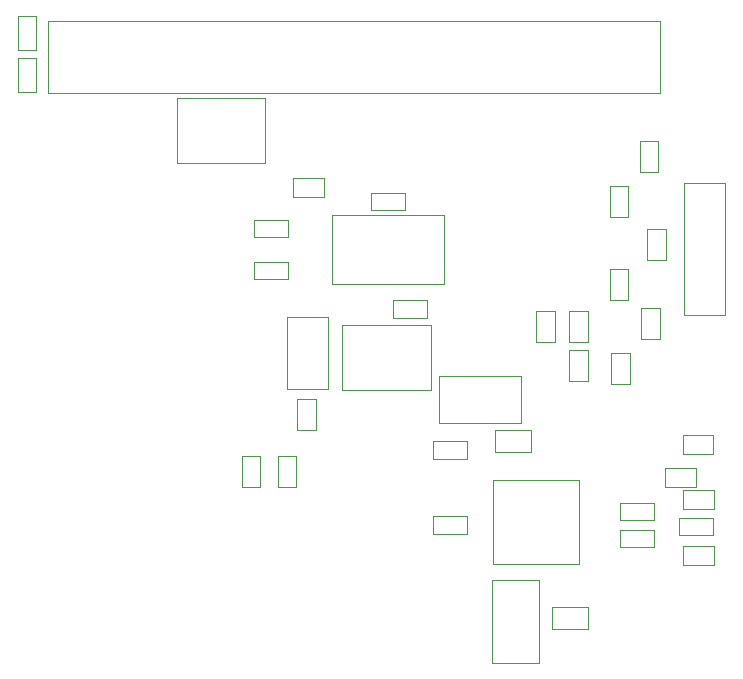
<source format=gbr>
G04 #@! TF.FileFunction,Other,User*
%FSLAX46Y46*%
G04 Gerber Fmt 4.6, Leading zero omitted, Abs format (unit mm)*
G04 Created by KiCad (PCBNEW 4.0.2+dfsg1-stable) date mer 24 ott 2018 10:21:22 CEST*
%MOMM*%
G01*
G04 APERTURE LIST*
%ADD10C,0.100000*%
%ADD11C,0.050000*%
G04 APERTURE END LIST*
D10*
D11*
X150964000Y-90430000D02*
X150964000Y-97530000D01*
X158264000Y-90430000D02*
X158264000Y-97530000D01*
X150964000Y-90430000D02*
X158264000Y-90430000D01*
X150964000Y-97530000D02*
X158264000Y-97530000D01*
X169646120Y-97568920D02*
X167046120Y-97568920D01*
X169646120Y-95968920D02*
X167046120Y-95968920D01*
X169646120Y-97568920D02*
X169646120Y-95968920D01*
X167046120Y-97568920D02*
X167046120Y-95968920D01*
X167046120Y-91269920D02*
X169646120Y-91269920D01*
X167046120Y-92869920D02*
X169646120Y-92869920D01*
X167046120Y-91269920D02*
X167046120Y-92869920D01*
X169646120Y-91269920D02*
X169646120Y-92869920D01*
X167020720Y-86616640D02*
X169620720Y-86616640D01*
X167020720Y-88216640D02*
X169620720Y-88216640D01*
X167020720Y-86616640D02*
X167020720Y-88216640D01*
X169620720Y-86616640D02*
X169620720Y-88216640D01*
X165550060Y-89400480D02*
X168150060Y-89400480D01*
X165550060Y-91000480D02*
X168150060Y-91000480D01*
X165550060Y-89400480D02*
X165550060Y-91000480D01*
X168150060Y-89400480D02*
X168150060Y-91000480D01*
X160845480Y-75142880D02*
X160845480Y-72542880D01*
X162445480Y-75142880D02*
X162445480Y-72542880D01*
X160845480Y-75142880D02*
X162445480Y-75142880D01*
X160845480Y-72542880D02*
X162445480Y-72542880D01*
X134396580Y-86158860D02*
X134396580Y-83558860D01*
X135996580Y-86158860D02*
X135996580Y-83558860D01*
X134396580Y-86158860D02*
X135996580Y-86158860D01*
X134396580Y-83558860D02*
X135996580Y-83558860D01*
X163997740Y-71782460D02*
X163997740Y-69182460D01*
X165597740Y-71782460D02*
X165597740Y-69182460D01*
X163997740Y-71782460D02*
X165597740Y-71782460D01*
X163997740Y-69182460D02*
X165597740Y-69182460D01*
X132732000Y-90962000D02*
X132732000Y-88362000D01*
X134332000Y-90962000D02*
X134332000Y-88362000D01*
X132732000Y-90962000D02*
X134332000Y-90962000D01*
X132732000Y-88362000D02*
X134332000Y-88362000D01*
X129684000Y-90962000D02*
X129684000Y-88362000D01*
X131284000Y-90962000D02*
X131284000Y-88362000D01*
X129684000Y-90962000D02*
X131284000Y-90962000D01*
X129684000Y-88362000D02*
X131284000Y-88362000D01*
X160972480Y-82254880D02*
X160972480Y-79654880D01*
X162572480Y-82254880D02*
X162572480Y-79654880D01*
X160972480Y-82254880D02*
X162572480Y-82254880D01*
X160972480Y-79654880D02*
X162572480Y-79654880D01*
X163512480Y-78444880D02*
X163512480Y-75844880D01*
X165112480Y-78444880D02*
X165112480Y-75844880D01*
X163512480Y-78444880D02*
X165112480Y-78444880D01*
X163512480Y-75844880D02*
X165112480Y-75844880D01*
X160845480Y-68157880D02*
X160845480Y-65557880D01*
X162445480Y-68157880D02*
X162445480Y-65557880D01*
X160845480Y-68157880D02*
X162445480Y-68157880D01*
X160845480Y-65557880D02*
X162445480Y-65557880D01*
X159016480Y-76098880D02*
X159016480Y-78698880D01*
X157416480Y-76098880D02*
X157416480Y-78698880D01*
X159016480Y-76098880D02*
X157416480Y-76098880D01*
X159016480Y-78698880D02*
X157416480Y-78698880D01*
X157416480Y-82000880D02*
X157416480Y-79400880D01*
X159016480Y-82000880D02*
X159016480Y-79400880D01*
X157416480Y-82000880D02*
X159016480Y-82000880D01*
X157416480Y-79400880D02*
X159016480Y-79400880D01*
X163385480Y-64347880D02*
X163385480Y-61747880D01*
X164985480Y-64347880D02*
X164985480Y-61747880D01*
X163385480Y-64347880D02*
X164985480Y-64347880D01*
X163385480Y-61747880D02*
X164985480Y-61747880D01*
X154622480Y-78698880D02*
X154622480Y-76098880D01*
X156222480Y-78698880D02*
X156222480Y-76098880D01*
X154622480Y-78698880D02*
X156222480Y-78698880D01*
X154622480Y-76098880D02*
X156222480Y-76098880D01*
X134043900Y-64820900D02*
X136643900Y-64820900D01*
X134043900Y-66420900D02*
X136643900Y-66420900D01*
X134043900Y-64820900D02*
X134043900Y-66420900D01*
X136643900Y-64820900D02*
X136643900Y-66420900D01*
X113312000Y-57630000D02*
X165112000Y-57630000D01*
X113312000Y-51580000D02*
X165112000Y-51580000D01*
X113312000Y-57630000D02*
X113312000Y-51580000D01*
X165112000Y-57630000D02*
X165112000Y-51580000D01*
X167114280Y-65278060D02*
X167114280Y-76428060D01*
X170614280Y-65278060D02*
X170614280Y-76428060D01*
X167114280Y-65278060D02*
X170614280Y-65278060D01*
X167114280Y-76428060D02*
X170614280Y-76428060D01*
X133494840Y-76639480D02*
X133494840Y-82689480D01*
X136994840Y-76639480D02*
X136994840Y-82689480D01*
X133494840Y-76639480D02*
X136994840Y-76639480D01*
X133494840Y-82689480D02*
X136994840Y-82689480D01*
X158980000Y-103058000D02*
X155980000Y-103058000D01*
X155980000Y-103058000D02*
X155980000Y-101158000D01*
X158980000Y-101158000D02*
X155980000Y-101158000D01*
X158980000Y-103058000D02*
X158980000Y-101158000D01*
X154908000Y-98862000D02*
X154908000Y-105862000D01*
X154908000Y-105862000D02*
X150908000Y-105862000D01*
X150908000Y-105862000D02*
X150908000Y-98862000D01*
X150908000Y-98862000D02*
X154908000Y-98862000D01*
X146360000Y-81566000D02*
X153360000Y-81566000D01*
X153360000Y-81566000D02*
X153360000Y-85566000D01*
X153360000Y-85566000D02*
X146360000Y-85566000D01*
X146360000Y-85566000D02*
X146360000Y-81566000D01*
X154154000Y-88072000D02*
X151154000Y-88072000D01*
X151154000Y-88072000D02*
X151154000Y-86172000D01*
X154154000Y-86172000D02*
X151154000Y-86172000D01*
X154154000Y-88072000D02*
X154154000Y-86172000D01*
X145870000Y-93484000D02*
X148770000Y-93484000D01*
X145870000Y-94984000D02*
X148770000Y-94984000D01*
X145870000Y-93484000D02*
X145870000Y-94984000D01*
X148770000Y-93484000D02*
X148770000Y-94984000D01*
X166706120Y-93605920D02*
X169606120Y-93605920D01*
X166706120Y-95105920D02*
X169606120Y-95105920D01*
X166706120Y-93605920D02*
X166706120Y-95105920D01*
X169606120Y-93605920D02*
X169606120Y-95105920D01*
X161689120Y-92335920D02*
X164589120Y-92335920D01*
X161689120Y-93835920D02*
X164589120Y-93835920D01*
X161689120Y-92335920D02*
X161689120Y-93835920D01*
X164589120Y-92335920D02*
X164589120Y-93835920D01*
X161689120Y-94621920D02*
X164589120Y-94621920D01*
X161689120Y-96121920D02*
X164589120Y-96121920D01*
X161689120Y-94621920D02*
X161689120Y-96121920D01*
X164589120Y-94621920D02*
X164589120Y-96121920D01*
X148770000Y-88634000D02*
X145870000Y-88634000D01*
X148770000Y-87134000D02*
X145870000Y-87134000D01*
X148770000Y-88634000D02*
X148770000Y-87134000D01*
X145870000Y-88634000D02*
X145870000Y-87134000D01*
X145391800Y-76668060D02*
X142491800Y-76668060D01*
X145391800Y-75168060D02*
X142491800Y-75168060D01*
X145391800Y-76668060D02*
X145391800Y-75168060D01*
X142491800Y-76668060D02*
X142491800Y-75168060D01*
X110756000Y-54028000D02*
X110756000Y-51128000D01*
X112256000Y-54028000D02*
X112256000Y-51128000D01*
X110756000Y-54028000D02*
X112256000Y-54028000D01*
X110756000Y-51128000D02*
X112256000Y-51128000D01*
X140612200Y-66077400D02*
X143512200Y-66077400D01*
X140612200Y-67577400D02*
X143512200Y-67577400D01*
X140612200Y-66077400D02*
X140612200Y-67577400D01*
X143512200Y-66077400D02*
X143512200Y-67577400D01*
X133606200Y-73419400D02*
X130706200Y-73419400D01*
X133606200Y-71919400D02*
X130706200Y-71919400D01*
X133606200Y-73419400D02*
X133606200Y-71919400D01*
X130706200Y-73419400D02*
X130706200Y-71919400D01*
X133606200Y-69863400D02*
X130706200Y-69863400D01*
X133606200Y-68363400D02*
X130706200Y-68363400D01*
X133606200Y-69863400D02*
X133606200Y-68363400D01*
X130706200Y-69863400D02*
X130706200Y-68363400D01*
X112256000Y-54684000D02*
X112256000Y-57584000D01*
X110756000Y-54684000D02*
X110756000Y-57584000D01*
X112256000Y-54684000D02*
X110756000Y-54684000D01*
X112256000Y-57584000D02*
X110756000Y-57584000D01*
X137312200Y-67941400D02*
X137312200Y-73841400D01*
X146812200Y-67941400D02*
X146812200Y-73841400D01*
X137312200Y-67941400D02*
X146812200Y-67941400D01*
X137312200Y-73841400D02*
X146812200Y-73841400D01*
X131694880Y-63542360D02*
X131694880Y-58042360D01*
X124194880Y-63542360D02*
X124194880Y-58042360D01*
X131694880Y-63542360D02*
X124194880Y-63542360D01*
X131694880Y-58042360D02*
X124194880Y-58042360D01*
X138225840Y-77295560D02*
X138225840Y-82795560D01*
X145725840Y-77295560D02*
X145725840Y-82795560D01*
X138225840Y-77295560D02*
X145725840Y-77295560D01*
X138225840Y-82795560D02*
X145725840Y-82795560D01*
M02*

</source>
